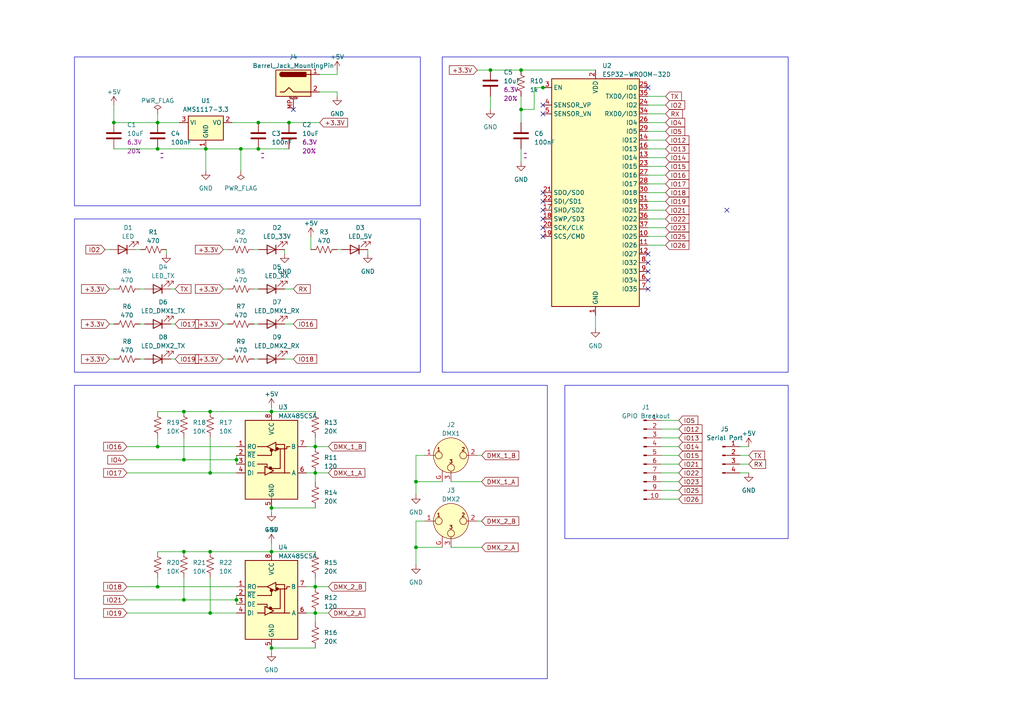
<source format=kicad_sch>
(kicad_sch (version 20230121) (generator eeschema)
  (paper "A4")
  (title_block (title "DMX ArtNet Gateway") (date "2023-09-05") (rev "v01") (company "Interpreter Software B.V."))
  (lib_symbols
    (symbol "Connector:Barrel_Jack_MountingPin" (pin_names hide)
      (property "Reference" "J" (at 0 5.334 0))
      (property "Value" "Barrel_Jack_MountingPin" (at 1.27 -6.35 0))
      (symbol "Barrel_Jack_MountingPin_0_1"
        (rectangle (start -5.08 3.81) (end 5.08 -3.81) (stroke (width 0.254)) (fill (type background)))
        (arc (start -3.302 3.175) (mid -3.9343 2.54) (end -3.302 1.905) (stroke (width 0.254)))
        (arc (start -3.302 3.175) (mid -3.9343 2.54) (end -3.302 1.905) (stroke (width 0.254)) (fill (type outline)))
        (polyline (pts (xy 5.08 2.54) (xy 3.81 2.54)) (stroke (width 0.254)))
        (polyline (pts (xy -3.81 -2.54) (xy -2.54 -2.54) (xy -1.27 -1.27) (xy 0 -2.54) (xy 2.54 -2.54) (xy 5.08 -2.54)) (stroke (width 0.254)))
        (rectangle (start 3.683 3.175) (end -3.302 1.905) (stroke (width 0.254)) (fill (type outline)))
      )
      (symbol "Barrel_Jack_MountingPin_1_1"
        (polyline (pts (xy -1.016 -4.572) (xy 1.016 -4.572)) (stroke (width 0.1524)))
        (text "Mounting" (at 0 -4.191 0) (effects (font (size 0.381 0.381))))
        (pin passive line (at 7.62 2.54 180) (length 2.54) (name "~") (number "1"))
        (pin passive line (at 7.62 -2.54 180) (length 2.54) (name "~") (number "2"))
        (pin passive line (at 0 -7.62 90) (length 3.048) (name "MountPin") (number "MP"))
      )
    )
    (symbol "Connector:Conn_01x04_Pin" (pin_names (offset 1.016) hide)
      (property "Reference" "J" (at 0 5.08 0))
      (property "Value" "Conn_01x04_Pin" (at 0 -7.62 0))
      (symbol "Conn_01x04_Pin_1_1"
        (polyline (pts (xy 1.27 -5.08) (xy 0.8636 -5.08)) (stroke (width 0.1524)))
        (polyline (pts (xy 1.27 -2.54) (xy 0.8636 -2.54)) (stroke (width 0.1524)))
        (polyline (pts (xy 1.27 0) (xy 0.8636 0)) (stroke (width 0.1524)))
        (polyline (pts (xy 1.27 2.54) (xy 0.8636 2.54)) (stroke (width 0.1524)))
        (rectangle (start 0.8636 -4.953) (end 0 -5.207) (stroke (width 0.1524)) (fill (type outline)))
        (rectangle (start 0.8636 -2.413) (end 0 -2.667) (stroke (width 0.1524)) (fill (type outline)))
        (rectangle (start 0.8636 0.127) (end 0 -0.127) (stroke (width 0.1524)) (fill (type outline)))
        (rectangle (start 0.8636 2.667) (end 0 2.413) (stroke (width 0.1524)) (fill (type outline)))
        (pin passive line (at 5.08 2.54 180) (length 3.81) (name "Pin_1") (number "1"))
        (pin passive line (at 5.08 0 180) (length 3.81) (name "Pin_2") (number "2"))
        (pin passive line (at 5.08 -2.54 180) (length 3.81) (name "Pin_3") (number "3"))
        (pin passive line (at 5.08 -5.08 180) (length 3.81) (name "Pin_4") (number "4"))
      )
    )
    (symbol "Connector:Conn_01x10_Pin" (pin_names (offset 1.016) hide)
      (property "Reference" "J" (at 0 12.7 0))
      (property "Value" "Conn_01x10_Pin" (at 0 -15.24 0))
      (symbol "Conn_01x10_Pin_1_1"
        (polyline (pts (xy 1.27 -12.7) (xy 0.8636 -12.7)) (stroke (width 0.1524)))
        (polyline (pts (xy 1.27 -10.16) (xy 0.8636 -10.16)) (stroke (width 0.1524)))
        (polyline (pts (xy 1.27 -7.62) (xy 0.8636 -7.62)) (stroke (width 0.1524)))
        (polyline (pts (xy 1.27 -5.08) (xy 0.8636 -5.08)) (stroke (width 0.1524)))
        (polyline (pts (xy 1.27 -2.54) (xy 0.8636 -2.54)) (stroke (width 0.1524)))
        (polyline (pts (xy 1.27 0) (xy 0.8636 0)) (stroke (width 0.1524)))
        (polyline (pts (xy 1.27 2.54) (xy 0.8636 2.54)) (stroke (width 0.1524)))
        (polyline (pts (xy 1.27 5.08) (xy 0.8636 5.08)) (stroke (width 0.1524)))
        (polyline (pts (xy 1.27 7.62) (xy 0.8636 7.62)) (stroke (width 0.1524)))
        (polyline (pts (xy 1.27 10.16) (xy 0.8636 10.16)) (stroke (width 0.1524)))
        (rectangle (start 0.8636 -12.573) (end 0 -12.827) (stroke (width 0.1524)) (fill (type outline)))
        (rectangle (start 0.8636 -10.033) (end 0 -10.287) (stroke (width 0.1524)) (fill (type outline)))
        (rectangle (start 0.8636 -7.493) (end 0 -7.747) (stroke (width 0.1524)) (fill (type outline)))
        (rectangle (start 0.8636 -4.953) (end 0 -5.207) (stroke (width 0.1524)) (fill (type outline)))
        (rectangle (start 0.8636 -2.413) (end 0 -2.667) (stroke (width 0.1524)) (fill (type outline)))
        (rectangle (start 0.8636 0.127) (end 0 -0.127) (stroke (width 0.1524)) (fill (type outline)))
        (rectangle (start 0.8636 2.667) (end 0 2.413) (stroke (width 0.1524)) (fill (type outline)))
        (rectangle (start 0.8636 5.207) (end 0 4.953) (stroke (width 0.1524)) (fill (type outline)))
        (rectangle (start 0.8636 7.747) (end 0 7.493) (stroke (width 0.1524)) (fill (type outline)))
        (rectangle (start 0.8636 10.287) (end 0 10.033) (stroke (width 0.1524)) (fill (type outline)))
        (pin passive line (at 5.08 10.16 180) (length 3.81) (name "Pin_1") (number "1"))
        (pin passive line (at 5.08 -12.7 180) (length 3.81) (name "Pin_10") (number "10"))
        (pin passive line (at 5.08 7.62 180) (length 3.81) (name "Pin_2") (number "2"))
        (pin passive line (at 5.08 5.08 180) (length 3.81) (name "Pin_3") (number "3"))
        (pin passive line (at 5.08 2.54 180) (length 3.81) (name "Pin_4") (number "4"))
        (pin passive line (at 5.08 0 180) (length 3.81) (name "Pin_5") (number "5"))
        (pin passive line (at 5.08 -2.54 180) (length 3.81) (name "Pin_6") (number "6"))
        (pin passive line (at 5.08 -5.08 180) (length 3.81) (name "Pin_7") (number "7"))
        (pin passive line (at 5.08 -7.62 180) (length 3.81) (name "Pin_8") (number "8"))
        (pin passive line (at 5.08 -10.16 180) (length 3.81) (name "Pin_9") (number "9"))
      )
    )
    (symbol "Connector_Audio:XLR3_Ground" (pin_names hide)
      (property "Reference" "J" (at 0 8.89 0))
      (property "Value" "XLR3_Ground" (at 0 6.35 0))
      (symbol "XLR3_Ground_0_1"
        (circle (center -3.556 0) (radius 1.016))
        (circle (center 0 -3.556) (radius 1.016))
        (polyline (pts (xy -5.08 0) (xy -4.572 0)))
        (polyline (pts (xy -2.54 -5.08) (xy -2.54 -4.445)))
        (polyline (pts (xy 0 -5.08) (xy 0 -4.572)))
        (polyline (pts (xy 5.08 0) (xy 4.572 0)))
        (circle (center 0 0) (radius 5.08) (fill (type background)))
        (circle (center 3.556 0) (radius 1.016))
        (text "1" (at -3.556 1.778 0) (effects (font (size 1.016 1.016) bold)))
        (text "2" (at 3.556 1.778 0) (effects (font (size 1.016 1.016) bold)))
        (text "3" (at 0 -1.778 0) (effects (font (size 1.016 1.016) bold)))
        (pin passive line (at -7.62 0 0) (length 2.54) (name "~") (number "1"))
        (pin passive line (at 7.62 0 180) (length 2.54) (name "~") (number "2"))
        (pin passive line (at 0 -7.62 90) (length 2.54) (name "~") (number "3"))
      )
      (symbol "XLR3_Ground_1_1"
        (pin passive line (at -2.54 -7.62 90) (length 2.54) (name "~") (number "G"))
      )
    )
    (symbol "Device:LED" (pin_numbers hide) (pin_names (offset 1.016) hide)
      (property "Reference" "D" (at 0 2.54 0))
      (property "Value" "LED" (at 0 -2.54 0))
      (symbol "LED_0_1"
        (polyline (pts (xy -1.27 -1.27) (xy -1.27 1.27)) (stroke (width 0.254)))
        (polyline (pts (xy -1.27 0) (xy 1.27 0)))
        (polyline (pts (xy 1.27 -1.27) (xy 1.27 1.27) (xy -1.27 0) (xy 1.27 -1.27)) (stroke (width 0.254)))
        (polyline (pts (xy -3.048 -0.762) (xy -4.572 -2.286) (xy -3.81 -2.286) (xy -4.572 -2.286) (xy -4.572 -1.524)))
        (polyline (pts (xy -1.778 -0.762) (xy -3.302 -2.286) (xy -2.54 -2.286) (xy -3.302 -2.286) (xy -3.302 -1.524)))
      )
      (symbol "LED_1_1"
        (pin passive line (at -3.81 0 0) (length 2.54) (name "K") (number "1"))
        (pin passive line (at 3.81 0 180) (length 2.54) (name "A") (number "2"))
      )
    )
    (symbol "Interface_UART:MAX485E"
      (property "Reference" "U" (at -6.096 11.43 0))
      (property "Value" "MAX485E" (at 0.762 11.43 0))
      (symbol "MAX485E_0_1"
        (rectangle (start -7.62 10.16) (end 7.62 -12.7) (stroke (width 0.254)) (fill (type background)))
        (circle (center -0.3048 -3.683) (radius 0.3556) (stroke (width 0.254)) (fill (type outline)))
        (circle (center -0.0254 1.4986) (radius 0.3556) (stroke (width 0.254)) (fill (type outline)))
        (polyline (pts (xy -4.064 -5.08) (xy -1.905 -5.08)) (stroke (width 0.254)))
        (polyline (pts (xy -4.064 2.54) (xy -1.27 2.54)) (stroke (width 0.254)))
        (polyline (pts (xy -1.27 -3.2004) (xy -1.27 -3.4544)) (stroke (width 0.254)))
        (polyline (pts (xy -0.635 -5.08) (xy 5.334 -5.08)) (stroke (width 0.254)))
        (polyline (pts (xy -4.064 -2.54) (xy -1.27 -2.54) (xy -1.27 -3.175)) (stroke (width 0.254)))
        (polyline (pts (xy 0 1.27) (xy 0 0) (xy -4.064 0)) (stroke (width 0.254)))
        (polyline (pts (xy 1.27 3.175) (xy 3.81 3.175) (xy 3.81 -5.08)) (stroke (width 0.254)))
        (polyline (pts (xy 2.54 1.905) (xy 2.54 -3.81) (xy 0 -3.81)) (stroke (width 0.254)))
        (polyline (pts (xy -1.905 -3.175) (xy -1.905 -5.715) (xy 0.635 -4.445) (xy -1.905 -3.175)) (stroke (width 0.254)))
        (polyline (pts (xy -1.27 2.54) (xy 1.27 3.81) (xy 1.27 1.27) (xy -1.27 2.54)) (stroke (width 0.254)))
        (polyline (pts (xy 1.905 1.905) (xy 4.445 1.905) (xy 4.445 2.54) (xy 5.334 2.54)) (stroke (width 0.254)))
        (rectangle (start 1.27 3.175) (end 1.27 3.175))
        (circle (center 1.651 1.905) (radius 0.3556) (stroke (width 0.254)) (fill (type outline)))
      )
      (symbol "MAX485E_1_1"
        (pin output line (at -10.16 2.54 0) (length 2.54) (name "RO") (number "1"))
        (pin input line (at -10.16 0 0) (length 2.54) (name "~{RE}") (number "2"))
        (pin input line (at -10.16 -2.54 0) (length 2.54) (name "DE") (number "3"))
        (pin input line (at -10.16 -5.08 0) (length 2.54) (name "DI") (number "4"))
        (pin power_in line (at 0 -15.24 90) (length 2.54) (name "GND") (number "5"))
        (pin bidirectional line (at 10.16 -5.08 180) (length 2.54) (name "A") (number "6"))
        (pin bidirectional line (at 10.16 2.54 180) (length 2.54) (name "B") (number "7"))
        (pin power_in line (at 0 12.7 270) (length 2.54) (name "VCC") (number "8"))
      )
    )
    (symbol "RF_Module:ESP32-WROOM-32D"
      (property "Reference" "U" (at -12.7 34.29 0))
      (property "Value" "ESP32-WROOM-32D" (at 1.27 34.29 0))
      (symbol "ESP32-WROOM-32D_0_1"
        (rectangle (start -12.7 33.02) (end 12.7 -33.02) (stroke (width 0.254)) (fill (type background)))
      )
      (symbol "ESP32-WROOM-32D_1_1"
        (pin power_in line (at 0 -35.56 90) (length 2.54) (name "GND") (number "1"))
        (pin bidirectional line (at 15.24 -12.7 180) (length 2.54) (name "IO25") (number "10"))
        (pin bidirectional line (at 15.24 -15.24 180) (length 2.54) (name "IO26") (number "11"))
        (pin bidirectional line (at 15.24 -17.78 180) (length 2.54) (name "IO27") (number "12"))
        (pin bidirectional line (at 15.24 10.16 180) (length 2.54) (name "IO14") (number "13"))
        (pin bidirectional line (at 15.24 15.24 180) (length 2.54) (name "IO12") (number "14"))
        (pin passive line (at 0 -35.56 90) (length 2.54) hide (name "GND") (number "15"))
        (pin bidirectional line (at 15.24 12.7 180) (length 2.54) (name "IO13") (number "16"))
        (pin bidirectional line (at -15.24 -5.08 0) (length 2.54) (name "SHD/SD2") (number "17"))
        (pin bidirectional line (at -15.24 -7.62 0) (length 2.54) (name "SWP/SD3") (number "18"))
        (pin bidirectional line (at -15.24 -12.7 0) (length 2.54) (name "SCS/CMD") (number "19"))
        (pin power_in line (at 0 35.56 270) (length 2.54) (name "VDD") (number "2"))
        (pin bidirectional line (at -15.24 -10.16 0) (length 2.54) (name "SCK/CLK") (number "20"))
        (pin bidirectional line (at -15.24 0 0) (length 2.54) (name "SDO/SD0") (number "21"))
        (pin bidirectional line (at -15.24 -2.54 0) (length 2.54) (name "SDI/SD1") (number "22"))
        (pin bidirectional line (at 15.24 7.62 180) (length 2.54) (name "IO15") (number "23"))
        (pin bidirectional line (at 15.24 25.4 180) (length 2.54) (name "IO2") (number "24"))
        (pin bidirectional line (at 15.24 30.48 180) (length 2.54) (name "IO0") (number "25"))
        (pin bidirectional line (at 15.24 20.32 180) (length 2.54) (name "IO4") (number "26"))
        (pin bidirectional line (at 15.24 5.08 180) (length 2.54) (name "IO16") (number "27"))
        (pin bidirectional line (at 15.24 2.54 180) (length 2.54) (name "IO17") (number "28"))
        (pin bidirectional line (at 15.24 17.78 180) (length 2.54) (name "IO5") (number "29"))
        (pin input line (at -15.24 30.48 0) (length 2.54) (name "EN") (number "3"))
        (pin bidirectional line (at 15.24 0 180) (length 2.54) (name "IO18") (number "30"))
        (pin bidirectional line (at 15.24 -2.54 180) (length 2.54) (name "IO19") (number "31"))
        (pin no_connect line (at -12.7 -27.94 0) (length 2.54) hide (name "NC") (number "32"))
        (pin bidirectional line (at 15.24 -5.08 180) (length 2.54) (name "IO21") (number "33"))
        (pin bidirectional line (at 15.24 22.86 180) (length 2.54) (name "RXD0/IO3") (number "34"))
        (pin bidirectional line (at 15.24 27.94 180) (length 2.54) (name "TXD0/IO1") (number "35"))
        (pin bidirectional line (at 15.24 -7.62 180) (length 2.54) (name "IO22") (number "36"))
        (pin bidirectional line (at 15.24 -10.16 180) (length 2.54) (name "IO23") (number "37"))
        (pin passive line (at 0 -35.56 90) (length 2.54) hide (name "GND") (number "38"))
        (pin passive line (at 0 -35.56 90) (length 2.54) hide (name "GND") (number "39"))
        (pin input line (at -15.24 25.4 0) (length 2.54) (name "SENSOR_VP") (number "4"))
        (pin input line (at -15.24 22.86 0) (length 2.54) (name "SENSOR_VN") (number "5"))
        (pin input line (at 15.24 -25.4 180) (length 2.54) (name "IO34") (number "6"))
        (pin input line (at 15.24 -27.94 180) (length 2.54) (name "IO35") (number "7"))
        (pin bidirectional line (at 15.24 -20.32 180) (length 2.54) (name "IO32") (number "8"))
        (pin bidirectional line (at 15.24 -22.86 180) (length 2.54) (name "IO33") (number "9"))
      )
    )
    (symbol "Regulator_Linear:AMS1117-3.3"
      (property "Reference" "U" (at -3.81 3.175 0))
      (property "Value" "AMS1117-3.3" (at 0 3.175 0))
      (symbol "AMS1117-3.3_0_1"
        (rectangle (start -5.08 -5.08) (end 5.08 1.905) (stroke (width 0.254)) (fill (type background)))
      )
      (symbol "AMS1117-3.3_1_1"
        (pin power_in line (at 0 -7.62 90) (length 2.54) (name "GND") (number "1"))
        (pin power_out line (at 7.62 0 180) (length 2.54) (name "VO") (number "2"))
        (pin power_in line (at -7.62 0 0) (length 2.54) (name "VI") (number "3"))
      )
    )
    (symbol "SparkFun-Capacitor:10uF_0603_6.3V_20%" (pin_numbers hide) (pin_names (offset 0.254))
      (property "Reference" "C" (at 0.635 2.54 0))
      (property "Value" "10uF" (at 0.635 -2.54 0))
      (property "Voltage" "6.3V" (at 0 -8.89 0))
      (property "Tolerance" "20%" (at 0 -6.35 0))
      (symbol "10uF_0603_6.3V_20%_0_1"
        (polyline (pts (xy -2.032 -0.762) (xy 2.032 -0.762)) (stroke (width 0.508)))
        (polyline (pts (xy -2.032 0.762) (xy 2.032 0.762)) (stroke (width 0.508)))
      )
      (symbol "10uF_0603_6.3V_20%_1_1"
        (pin passive line (at 0 3.81 270) (length 2.794) (name "~") (number "1"))
        (pin passive line (at 0 -3.81 90) (length 2.794) (name "~") (number "2"))
      )
    )
    (symbol "SparkFun-Capacitor:C" (pin_numbers hide) (pin_names (offset 0.254))
      (property "Reference" "C" (at 0.635 2.54 0))
      (property "Value" "C" (at 0.635 -2.54 0))
      (property "Tolerance" "~" (at 1.27 -5.08 0))
      (property "Voltage" "~" (at 1.27 -6.35 0))
      (symbol "C_0_1"
        (polyline (pts (xy -2.032 -0.762) (xy 2.032 -0.762)) (stroke (width 0.508)))
        (polyline (pts (xy -2.032 0.762) (xy 2.032 0.762)) (stroke (width 0.508)))
      )
      (symbol "C_1_1"
        (pin passive line (at 0 3.81 270) (length 2.794) (name "~") (number "1"))
        (pin passive line (at 0 -3.81 90) (length 2.794) (name "~") (number "2"))
      )
    )
    (symbol "SparkFun-PowerSymbol:GND" (power) (pin_names (offset 0))
      (property "Value" "GND" (at 0 -3.81 0))
      (symbol "GND_0_1"
        (polyline (pts (xy 0 0) (xy 0 -1.27) (xy 1.27 -1.27) (xy 0 -2.54) (xy -1.27 -1.27) (xy 0 -1.27)))
      )
      (symbol "GND_1_1"
        (pin power_in line (at 0 0 270) (length 0) hide (name "GND") (number "1"))
      )
    )
    (symbol "SparkFun-Resistor:R" (pin_numbers hide) (pin_names (offset 0))
      (property "Reference" "R" (at 2.54 0 90))
      (property "Value" "1k" (at -2.54 0 90))
      (symbol "R_0_1"
        (polyline (pts (xy 0 -2.286) (xy 0 -2.54)))
        (polyline (pts (xy 0 2.286) (xy 0 2.54)))
        (polyline (pts (xy 0 -0.762) (xy 1.016 -1.143) (xy 0 -1.524) (xy -1.016 -1.905) (xy 0 -2.286)))
        (polyline (pts (xy 0 0.762) (xy 1.016 0.381) (xy 0 0) (xy -1.016 -0.381) (xy 0 -0.762)))
        (polyline (pts (xy 0 2.286) (xy 1.016 1.905) (xy 0 1.524) (xy -1.016 1.143) (xy 0 0.762)))
      )
      (symbol "R_1_1"
        (pin passive line (at 0 3.81 270) (length 1.27) (name "~") (number "1"))
        (pin passive line (at 0 -3.81 90) (length 1.27) (name "~") (number "2"))
      )
    )
    (symbol "power:+5V" (power) (pin_names (offset 0))
      (property "Value" "+5V" (at 0 3.556 0))
      (symbol "+5V_0_1"
        (polyline (pts (xy -0.762 1.27) (xy 0 2.54)))
        (polyline (pts (xy 0 0) (xy 0 2.54)))
        (polyline (pts (xy 0 2.54) (xy 0.762 1.27)))
      )
      (symbol "+5V_1_1"
        (pin power_in line (at 0 0 90) (length 0) hide (name "+5V") (number "1"))
      )
    )
    (symbol "power:GND" (power) (pin_names (offset 0))
      (property "Value" "GND" (at 0 -3.81 0))
      (symbol "GND_0_1"
        (polyline (pts (xy 0 0) (xy 0 -1.27) (xy 1.27 -1.27) (xy 0 -2.54) (xy -1.27 -1.27) (xy 0 -1.27)))
      )
      (symbol "GND_1_1"
        (pin power_in line (at 0 0 270) (length 0) hide (name "GND") (number "1"))
      )
    )
    (symbol "power:PWR_FLAG" (power) (pin_numbers hide) (pin_names (offset 0) hide)
      (property "Value" "PWR_FLAG" (at 0 3.81 0))
      (symbol "PWR_FLAG_0_0"
        (pin power_out line (at 0 0 90) (length 0) (name "pwr") (number "1"))
      )
      (symbol "PWR_FLAG_0_1"
        (polyline (pts (xy 0 0) (xy 0 1.27) (xy -1.016 1.905) (xy 0 2.54) (xy 1.016 1.905) (xy 0 1.27)))
      )
    )
  )
  (junction (at 120.65 158.75))
  (junction (at 45.72 35.56))
  (junction (at 142.24 20.32))
  (junction (at 33.02 35.56))
  (junction (at 60.96 137.16))
  (junction (at 78.74 147.32))
  (junction (at 91.44 170.18))
  (junction (at 151.13 31.75))
  (junction (at 53.34 173.99))
  (junction (at 91.44 137.16))
  (junction (at 78.74 119.38))
  (junction (at 91.44 129.54))
  (junction (at 157.48 25.4))
  (junction (at 53.34 133.35))
  (junction (at 45.72 170.18))
  (junction (at 69.85 43.18))
  (junction (at 74.93 35.56))
  (junction (at 120.65 139.7))
  (junction (at 78.74 187.96))
  (junction (at 60.96 160.02))
  (junction (at 151.13 20.32))
  (junction (at 68.58 133.35))
  (junction (at 53.34 119.38))
  (junction (at 68.58 173.99))
  (junction (at 59.69 43.18))
  (junction (at 60.96 177.8))
  (junction (at 45.72 129.54))
  (junction (at 60.96 119.38))
  (junction (at 74.93 43.18))
  (junction (at 83.82 35.56))
  (junction (at 45.72 43.18))
  (junction (at 78.74 160.02))
  (junction (at 91.44 177.8))
  (junction (at 53.34 160.02))
  (no_connect (at 157.48 55.88))
  (no_connect (at 210.82 60.96))
  (no_connect (at 187.96 73.66))
  (no_connect (at 157.48 66.04))
  (no_connect (at 157.48 30.48))
  (no_connect (at 187.96 83.82))
  (no_connect (at 187.96 78.74))
  (no_connect (at -95.25 -53.34))
  (no_connect (at 157.48 58.42))
  (no_connect (at 157.48 63.5))
  (no_connect (at 187.96 76.2))
  (no_connect (at 187.96 25.4))
  (no_connect (at 157.48 33.02))
  (no_connect (at 157.48 60.96))
  (no_connect (at 187.96 81.28))
  (no_connect (at 157.48 68.58))
  (no_connect (at 85.09 31.75))
  (wire (pts (xy 191.77 129.54) (xy 196.85 129.54)))
  (wire (pts (xy 187.96 71.12) (xy 193.04 71.12)))
  (wire (pts (xy 120.65 158.75) (xy 128.27 158.75)))
  (wire (pts (xy 88.9 137.16) (xy 91.44 137.16)))
  (wire (pts (xy 39.37 72.39) (xy 40.64 72.39)))
  (wire (pts (xy 191.77 142.24) (xy 196.85 142.24)))
  (wire (pts (xy 73.66 93.98) (xy 74.93 93.98)))
  (wire (pts (xy 45.72 170.18) (xy 68.58 170.18)))
  (wire (pts (xy 172.72 91.44) (xy 172.72 95.25)))
  (wire (pts (xy 187.96 43.18) (xy 193.04 43.18)))
  (wire (pts (xy 120.65 139.7) (xy 128.27 139.7)))
  (wire (pts (xy 83.82 35.56) (xy 92.71 35.56)))
  (wire (pts (xy 45.72 129.54) (xy 45.72 127)))
  (wire (pts (xy 88.9 170.18) (xy 91.44 170.18)))
  (wire (pts (xy 90.17 68.58) (xy 90.17 72.39)))
  (wire (pts (xy 97.79 72.39) (xy 99.06 72.39)))
  (wire (pts (xy 187.96 35.56) (xy 193.04 35.56)))
  (wire (pts (xy 191.77 139.7) (xy 196.85 139.7)))
  (wire (pts (xy 30.48 72.39) (xy 31.75 72.39)))
  (wire (pts (xy 78.74 143.51) (xy 78.74 147.32)))
  (wire (pts (xy 74.93 35.56) (xy 83.82 35.56)))
  (wire (pts (xy 40.64 104.14) (xy 41.91 104.14)))
  (wire (pts (xy 73.66 104.14) (xy 74.93 104.14)))
  (wire (pts (xy 191.77 132.08) (xy 196.85 132.08)))
  (wire (pts (xy 36.83 173.99) (xy 53.34 173.99)))
  (wire (pts (xy 60.96 137.16) (xy 68.58 137.16)))
  (wire (pts (xy 138.43 151.13) (xy 139.7 151.13)))
  (wire (pts (xy 191.77 137.16) (xy 196.85 137.16)))
  (wire (pts (xy 82.55 104.14) (xy 85.09 104.14)))
  (wire (pts (xy 138.43 132.08) (xy 139.7 132.08)))
  (wire (pts (xy 45.72 33.02) (xy 45.72 35.56)))
  (wire (pts (xy 53.34 160.02) (xy 60.96 160.02)))
  (wire (pts (xy 69.85 43.18) (xy 74.93 43.18)))
  (wire (pts (xy 91.44 170.18) (xy 95.25 170.18)))
  (wire (pts (xy 187.96 40.64) (xy 193.04 40.64)))
  (wire (pts (xy 91.44 177.8) (xy 91.44 180.34)))
  (wire (pts (xy 64.77 83.82) (xy 66.04 83.82)))
  (wire (pts (xy 187.96 68.58) (xy 193.04 68.58)))
  (wire (pts (xy 36.83 177.8) (xy 60.96 177.8)))
  (wire (pts (xy 33.02 35.56) (xy 45.72 35.56)))
  (wire (pts (xy 120.65 132.08) (xy 120.65 139.7)))
  (wire (pts (xy 60.96 137.16) (xy 60.96 127)))
  (wire (pts (xy 36.83 129.54) (xy 45.72 129.54)))
  (wire (pts (xy 130.81 158.75) (xy 139.7 158.75)))
  (wire (pts (xy 91.44 167.64) (xy 91.44 170.18)))
  (wire (pts (xy 45.72 119.38) (xy 53.34 119.38)))
  (wire (pts (xy 73.66 72.39) (xy 74.93 72.39)))
  (wire (pts (xy 106.68 72.39) (xy 106.68 73.66)))
  (wire (pts (xy 123.19 151.13) (xy 120.65 151.13)))
  (wire (pts (xy 187.96 38.1) (xy 193.04 38.1)))
  (wire (pts (xy 187.96 27.94) (xy 193.04 27.94)))
  (wire (pts (xy 53.34 167.64) (xy 53.34 173.99)))
  (wire (pts (xy 53.34 127) (xy 53.34 133.35)))
  (wire (pts (xy 59.69 43.18) (xy 69.85 43.18)))
  (wire (pts (xy 53.34 133.35) (xy 68.58 133.35)))
  (wire (pts (xy 120.65 158.75) (xy 120.65 163.83)))
  (wire (pts (xy 97.79 21.59) (xy 97.79 20.32)))
  (wire (pts (xy 78.74 160.02) (xy 91.44 160.02)))
  (wire (pts (xy 120.65 151.13) (xy 120.65 158.75)))
  (wire (pts (xy 53.34 173.99) (xy 68.58 173.99)))
  (wire (pts (xy 154.94 25.4) (xy 154.94 31.75)))
  (wire (pts (xy 191.77 127) (xy 196.85 127)))
  (wire (pts (xy 91.44 127) (xy 91.44 129.54)))
  (wire (pts (xy 151.13 27.94) (xy 151.13 31.75)))
  (wire (pts (xy 60.96 160.02) (xy 78.74 160.02)))
  (wire (pts (xy 214.63 132.08) (xy 217.17 132.08)))
  (wire (pts (xy 49.53 93.98) (xy 50.8 93.98)))
  (wire (pts (xy 45.72 160.02) (xy 53.34 160.02)))
  (wire (pts (xy 36.83 133.35) (xy 53.34 133.35)))
  (wire (pts (xy 151.13 20.32) (xy 172.72 20.32)))
  (wire (pts (xy 187.96 48.26) (xy 193.04 48.26)))
  (wire (pts (xy 64.77 93.98) (xy 66.04 93.98)))
  (wire (pts (xy 68.58 133.35) (xy 68.58 134.62)))
  (wire (pts (xy 187.96 55.88) (xy 193.04 55.88)))
  (wire (pts (xy 154.94 31.75) (xy 151.13 31.75)))
  (wire (pts (xy 187.96 30.48) (xy 193.04 30.48)))
  (wire (pts (xy 187.96 60.96) (xy 193.04 60.96)))
  (wire (pts (xy 187.96 63.5) (xy 193.04 63.5)))
  (wire (pts (xy 68.58 132.08) (xy 68.58 133.35)))
  (wire (pts (xy 78.74 187.96) (xy 78.74 189.23)))
  (wire (pts (xy 88.9 129.54) (xy 91.44 129.54)))
  (wire (pts (xy 191.77 121.92) (xy 196.85 121.92)))
  (wire (pts (xy 123.19 132.08) (xy 120.65 132.08)))
  (wire (pts (xy 60.96 177.8) (xy 68.58 177.8)))
  (wire (pts (xy 60.96 177.8) (xy 60.96 167.64)))
  (wire (pts (xy 187.96 53.34) (xy 193.04 53.34)))
  (wire (pts (xy 48.26 72.39) (xy 48.26 73.66)))
  (wire (pts (xy 120.65 139.7) (xy 120.65 143.51)))
  (wire (pts (xy 60.96 119.38) (xy 78.74 119.38)))
  (wire (pts (xy 82.55 72.39) (xy 82.55 73.66)))
  (wire (pts (xy 31.75 104.14) (xy 33.02 104.14)))
  (wire (pts (xy 138.43 20.32) (xy 142.24 20.32)))
  (wire (pts (xy 97.79 26.67) (xy 97.79 27.94)))
  (wire (pts (xy 91.44 129.54) (xy 95.25 129.54)))
  (wire (pts (xy 31.75 93.98) (xy 33.02 93.98)))
  (wire (pts (xy 157.48 25.4) (xy 154.94 25.4)))
  (wire (pts (xy 187.96 45.72) (xy 193.04 45.72)))
  (wire (pts (xy 151.13 43.18) (xy 151.13 46.99)))
  (wire (pts (xy 59.69 43.18) (xy 59.69 49.53)))
  (wire (pts (xy 73.66 83.82) (xy 74.93 83.82)))
  (wire (pts (xy 45.72 43.18) (xy 59.69 43.18)))
  (wire (pts (xy 40.64 83.82) (xy 41.91 83.82)))
  (wire (pts (xy 53.34 119.38) (xy 60.96 119.38)))
  (wire (pts (xy 68.58 172.72) (xy 68.58 173.99)))
  (wire (pts (xy 142.24 27.94) (xy 142.24 31.75)))
  (wire (pts (xy 191.77 124.46) (xy 196.85 124.46)))
  (wire (pts (xy 36.83 170.18) (xy 45.72 170.18)))
  (wire (pts (xy 69.85 43.18) (xy 69.85 49.53)))
  (wire (pts (xy 78.74 118.11) (xy 78.74 119.38)))
  (wire (pts (xy 33.02 43.18) (xy 45.72 43.18)))
  (wire (pts (xy 64.77 104.14) (xy 66.04 104.14)))
  (wire (pts (xy 130.81 139.7) (xy 139.7 139.7)))
  (wire (pts (xy 49.53 104.14) (xy 50.8 104.14)))
  (wire (pts (xy 74.93 43.18) (xy 83.82 43.18)))
  (wire (pts (xy 64.77 72.39) (xy 66.04 72.39)))
  (wire (pts (xy 36.83 137.16) (xy 60.96 137.16)))
  (wire (pts (xy 142.24 20.32) (xy 151.13 20.32)))
  (wire (pts (xy 151.13 31.75) (xy 151.13 35.56)))
  (wire (pts (xy 187.96 33.02) (xy 193.04 33.02)))
  (wire (pts (xy 67.31 35.56) (xy 74.93 35.56)))
  (wire (pts (xy 82.55 93.98) (xy 85.09 93.98)))
  (wire (pts (xy 214.63 134.62) (xy 217.17 134.62)))
  (wire (pts (xy 92.71 26.67) (xy 97.79 26.67)))
  (wire (pts (xy 78.74 148.59) (xy 78.74 147.32)))
  (wire (pts (xy 214.63 129.54) (xy 217.17 129.54)))
  (wire (pts (xy 92.71 21.59) (xy 97.79 21.59)))
  (wire (pts (xy 78.74 187.96) (xy 91.44 187.96)))
  (wire (pts (xy 78.74 119.38) (xy 91.44 119.38)))
  (wire (pts (xy 78.74 147.32) (xy 91.44 147.32)))
  (wire (pts (xy 78.74 157.48) (xy 78.74 160.02)))
  (wire (pts (xy 91.44 137.16) (xy 91.44 139.7)))
  (wire (pts (xy 45.72 35.56) (xy 52.07 35.56)))
  (wire (pts (xy 33.02 30.48) (xy 33.02 35.56)))
  (wire (pts (xy 91.44 137.16) (xy 95.25 137.16)))
  (wire (pts (xy 82.55 83.82) (xy 85.09 83.82)))
  (wire (pts (xy 88.9 177.8) (xy 91.44 177.8)))
  (wire (pts (xy 31.75 83.82) (xy 33.02 83.82)))
  (wire (pts (xy 45.72 170.18) (xy 45.72 167.64)))
  (wire (pts (xy 49.53 83.82) (xy 50.8 83.82)))
  (wire (pts (xy 214.63 137.16) (xy 217.17 137.16)))
  (wire (pts (xy 158.75 25.4) (xy 157.48 25.4)))
  (wire (pts (xy 187.96 66.04) (xy 193.04 66.04)))
  (wire (pts (xy 187.96 50.8) (xy 193.04 50.8)))
  (wire (pts (xy 68.58 173.99) (xy 68.58 175.26)))
  (wire (pts (xy 45.72 129.54) (xy 68.58 129.54)))
  (wire (pts (xy 40.64 93.98) (xy 41.91 93.98)))
  (wire (pts (xy 187.96 58.42) (xy 193.04 58.42)))
  (wire (pts (xy 91.44 177.8) (xy 95.25 177.8)))
  (wire (pts (xy 191.77 134.62) (xy 196.85 134.62)))
  (wire (pts (xy 191.77 144.78) (xy 196.85 144.78)))
  (rectangle (start 21.59 111.76) (end 158.75 196.85))
  (rectangle (start 21.59 16.51) (end 121.92 59.69))
  (rectangle (start 21.59 63.5) (end 121.92 107.95))
  (rectangle (start 163.83 111.76) (end 228.6 156.21))
  (rectangle (start 128.27 16.51) (end 228.6 107.95))
  (global_label "IO16" (shape input) (at 85.09 93.98 0) (property "Intersheetrefs" "${INTERSHEET_REFS}" (effects hide)))
  (global_label "+3.3V" (shape input) (at 64.77 104.14 180) (property "Intersheetrefs" "${INTERSHEET_REFS}" (effects hide)))
  (global_label "IO18" (shape input) (at 36.83 170.18 180) (property "Intersheetrefs" "${INTERSHEET_REFS}" (effects hide)))
  (global_label "IO15" (shape input) (at 193.04 48.26 0) (property "Intersheetrefs" "${INTERSHEET_REFS}" (effects hide)))
  (global_label "IO26" (shape input) (at 193.04 71.12 0) (property "Intersheetrefs" "${INTERSHEET_REFS}" (effects hide)))
  (global_label "IO25" (shape input) (at 196.85 142.24 0) (property "Intersheetrefs" "${INTERSHEET_REFS}" (effects hide)))
  (global_label "IO17" (shape input) (at 50.8 93.98 0) (property "Intersheetrefs" "${INTERSHEET_REFS}" (effects hide)))
  (global_label "TX" (shape input) (at 217.17 132.08 0) (property "Intersheetrefs" "${INTERSHEET_REFS}" (effects hide)))
  (global_label "RX" (shape input) (at 85.09 83.82 0) (property "Intersheetrefs" "${INTERSHEET_REFS}" (effects hide)))
  (global_label "IO17" (shape input) (at 36.83 137.16 180) (property "Intersheetrefs" "${INTERSHEET_REFS}" (effects hide)))
  (global_label "+3.3V" (shape input) (at 31.75 104.14 180) (property "Intersheetrefs" "${INTERSHEET_REFS}" (effects hide)))
  (global_label "DMX_1_B" (shape input) (at 139.7 132.08 0) (property "Intersheetrefs" "${INTERSHEET_REFS}" (effects hide)))
  (global_label "TX" (shape input) (at 50.8 83.82 0) (property "Intersheetrefs" "${INTERSHEET_REFS}" (effects hide)))
  (global_label "IO22" (shape input) (at 193.04 63.5 0) (property "Intersheetrefs" "${INTERSHEET_REFS}" (effects hide)))
  (global_label "IO19" (shape input) (at 193.04 58.42 0) (property "Intersheetrefs" "${INTERSHEET_REFS}" (effects hide)))
  (global_label "TX" (shape input) (at 193.04 27.94 0) (property "Intersheetrefs" "${INTERSHEET_REFS}" (effects hide)))
  (global_label "+3.3V" (shape input) (at 31.75 83.82 180) (property "Intersheetrefs" "${INTERSHEET_REFS}" (effects hide)))
  (global_label "IO14" (shape input) (at 196.85 129.54 0) (property "Intersheetrefs" "${INTERSHEET_REFS}" (effects hide)))
  (global_label "IO5" (shape input) (at 196.85 121.92 0) (property "Intersheetrefs" "${INTERSHEET_REFS}" (effects hide)))
  (global_label "IO4" (shape input) (at 193.04 35.56 0) (property "Intersheetrefs" "${INTERSHEET_REFS}" (effects hide)))
  (global_label "IO15" (shape input) (at 196.85 132.08 0) (property "Intersheetrefs" "${INTERSHEET_REFS}" (effects hide)))
  (global_label "IO5" (shape input) (at 193.04 38.1 0) (property "Intersheetrefs" "${INTERSHEET_REFS}" (effects hide)))
  (global_label "IO16" (shape input) (at 193.04 50.8 0) (property "Intersheetrefs" "${INTERSHEET_REFS}" (effects hide)))
  (global_label "DMX_2_B" (shape input) (at 95.25 170.18 0) (property "Intersheetrefs" "${INTERSHEET_REFS}" (effects hide)))
  (global_label "IO12" (shape input) (at 193.04 40.64 0) (property "Intersheetrefs" "${INTERSHEET_REFS}" (effects hide)))
  (global_label "IO2" (shape input) (at 30.48 72.39 180) (property "Intersheetrefs" "${INTERSHEET_REFS}" (effects hide)))
  (global_label "IO23" (shape input) (at 193.04 66.04 0) (property "Intersheetrefs" "${INTERSHEET_REFS}" (effects hide)))
  (global_label "IO21" (shape input) (at 193.04 60.96 0) (property "Intersheetrefs" "${INTERSHEET_REFS}" (effects hide)))
  (global_label "IO18" (shape input) (at 193.04 55.88 0) (property "Intersheetrefs" "${INTERSHEET_REFS}" (effects hide)))
  (global_label "+3.3V" (shape input) (at 64.77 72.39 180) (property "Intersheetrefs" "${INTERSHEET_REFS}" (effects hide)))
  (global_label "IO13" (shape input) (at 193.04 43.18 0) (property "Intersheetrefs" "${INTERSHEET_REFS}" (effects hide)))
  (global_label "IO25" (shape input) (at 193.04 68.58 0) (property "Intersheetrefs" "${INTERSHEET_REFS}" (effects hide)))
  (global_label "DMX_1_A" (shape input) (at 95.25 137.16 0) (property "Intersheetrefs" "${INTERSHEET_REFS}" (effects hide)))
  (global_label "IO16" (shape input) (at 36.83 129.54 180) (property "Intersheetrefs" "${INTERSHEET_REFS}" (effects hide)))
  (global_label "IO18" (shape input) (at 85.09 104.14 0) (property "Intersheetrefs" "${INTERSHEET_REFS}" (effects hide)))
  (global_label "IO12" (shape input) (at 196.85 124.46 0) (property "Intersheetrefs" "${INTERSHEET_REFS}" (effects hide)))
  (global_label "RX" (shape input) (at 217.17 134.62 0) (property "Intersheetrefs" "${INTERSHEET_REFS}" (effects hide)))
  (global_label "DMX_2_A" (shape input) (at 95.25 177.8 0) (property "Intersheetrefs" "${INTERSHEET_REFS}" (effects hide)))
  (global_label "IO23" (shape input) (at 196.85 139.7 0) (property "Intersheetrefs" "${INTERSHEET_REFS}" (effects hide)))
  (global_label "DMX_1_B" (shape input) (at 95.25 129.54 0) (property "Intersheetrefs" "${INTERSHEET_REFS}" (effects hide)))
  (global_label "IO19" (shape input) (at 36.83 177.8 180) (property "Intersheetrefs" "${INTERSHEET_REFS}" (effects hide)))
  (global_label "IO21" (shape input) (at 196.85 134.62 0) (property "Intersheetrefs" "${INTERSHEET_REFS}" (effects hide)))
  (global_label "DMX_1_A" (shape input) (at 139.7 139.7 0) (property "Intersheetrefs" "${INTERSHEET_REFS}" (effects hide)))
  (global_label "IO22" (shape input) (at 196.85 137.16 0) (property "Intersheetrefs" "${INTERSHEET_REFS}" (effects hide)))
  (global_label "+3.3V" (shape input) (at 64.77 83.82 180) (property "Intersheetrefs" "${INTERSHEET_REFS}" (effects hide)))
  (global_label "IO19" (shape input) (at 50.8 104.14 0) (property "Intersheetrefs" "${INTERSHEET_REFS}" (effects hide)))
  (global_label "+3.3V" (shape input) (at 31.75 93.98 180) (property "Intersheetrefs" "${INTERSHEET_REFS}" (effects hide)))
  (global_label "DMX_2_B" (shape input) (at 139.7 151.13 0) (property "Intersheetrefs" "${INTERSHEET_REFS}" (effects hide)))
  (global_label "IO26" (shape input) (at 196.85 144.78 0) (property "Intersheetrefs" "${INTERSHEET_REFS}" (effects hide)))
  (global_label "IO13" (shape input) (at 196.85 127 0) (property "Intersheetrefs" "${INTERSHEET_REFS}" (effects hide)))
  (global_label "IO14" (shape input) (at 193.04 45.72 0) (property "Intersheetrefs" "${INTERSHEET_REFS}" (effects hide)))
  (global_label "IO17" (shape input) (at 193.04 53.34 0) (property "Intersheetrefs" "${INTERSHEET_REFS}" (effects hide)))
  (global_label "DMX_2_A" (shape input) (at 139.7 158.75 0) (property "Intersheetrefs" "${INTERSHEET_REFS}" (effects hide)))
  (global_label "RX" (shape input) (at 193.04 33.02 0) (property "Intersheetrefs" "${INTERSHEET_REFS}" (effects hide)))
  (global_label "IO2" (shape input) (at 193.04 30.48 0) (property "Intersheetrefs" "${INTERSHEET_REFS}" (effects hide)))
  (global_label "+3.3V" (shape input) (at 92.71 35.56 0) (property "Intersheetrefs" "${INTERSHEET_REFS}" (effects hide)))
  (global_label "+3.3V" (shape input) (at 64.77 93.98 180) (property "Intersheetrefs" "${INTERSHEET_REFS}" (effects hide)))
  (global_label "+3.3V" (shape input) (at 138.43 20.32 180) (property "Intersheetrefs" "${INTERSHEET_REFS}" (effects hide)))
  (global_label "IO21" (shape input) (at 36.83 173.99 180) (property "Intersheetrefs" "${INTERSHEET_REFS}" (effects hide)))
  (global_label "IO4" (shape input) (at 36.83 133.35 180) (property "Intersheetrefs" "${INTERSHEET_REFS}" (effects hide)))
  (symbol (lib_id "power:PWR_FLAG") (at 45.72 33.02 0) (unit 1)
    (property "Reference" "#FLG01" (effects hide))
    (property "Value" "PWR_FLAG" (at 45.72 29.21 0))
  )
  (symbol (lib_id "SparkFun-Resistor:R") (at 44.45 72.39 90) (unit 1)
    (property "Reference" "R1" (at 44.45 67.31 90))
    (property "Value" "470" (at 44.45 69.85 90))
    (property "Footprint" "SparkFun-Resistor:R_0805_2012Metric" (effects hide))
    (property "Datasheet" "https://www.vishay.com/docs/20035/dcrcwe3.pdf" (effects hide))
    (property "PROD_ID" "RES-07856" (effects hide))
  )
  (symbol (lib_id "SparkFun-Capacitor:C") (at 74.93 39.37 0) (unit 1)
    (property "Reference" "C3" (at 78.74 38.735 0) (effects (justify left)))
    (property "Value" "100nF" (at 78.74 41.275 0) (effects (justify left)))
    (property "Footprint" "SparkFun-Capacitor:C_0805_2012Metric" (effects hide))
    (property "Datasheet" "[link text](https://cdn.sparkfun.com/assets/8/a/4/a/5/Kemet_Capacitor_Datasheet.pdf)" (effects hide))
    (property "PROD_ID" "CAP-00000" (effects hide))
    (property "Tolerance" "~" (at 76.2 44.45 0))
    (property "Voltage" "~" (at 76.2 45.72 0))
  )
  (symbol (lib_id "SparkFun-Resistor:R") (at 60.96 163.83 0) (unit 1)
    (property "Reference" "R22" (at 63.5 163.195 0) (effects (justify left)))
    (property "Value" "10K" (at 63.5 165.735 0) (effects (justify left)))
    (property "Footprint" "SparkFun-Resistor:R_0805_2012Metric" (effects hide))
    (property "Datasheet" "https://www.vishay.com/docs/20035/dcrcwe3.pdf" (effects hide))
    (property "PROD_ID" "RES-07856" (effects hide))
  )
  (symbol (lib_id "Device:LED") (at 45.72 93.98 180) (unit 1)
    (property "Reference" "D6" (at 47.3075 87.63 0))
    (property "Value" "LED_DMX1_TX" (at 47.3075 90.17 0))
    (property "Footprint" "LED_SMD:LED_0805_2012Metric" (effects hide))
  )
  (symbol (lib_id "SparkFun-Resistor:R") (at 91.44 184.15 0) (unit 1)
    (property "Reference" "R16" (at 93.98 183.515 0) (effects (justify left)))
    (property "Value" "20K" (at 93.98 186.055 0) (effects (justify left)))
    (property "Footprint" "SparkFun-Resistor:R_0805_2012Metric" (effects hide))
    (property "Datasheet" "https://www.vishay.com/docs/20035/dcrcwe3.pdf" (effects hide))
    (property "PROD_ID" "RES-07856" (effects hide))
  )
  (symbol (lib_id "Device:LED") (at 78.74 93.98 180) (unit 1)
    (property "Reference" "D7" (at 80.3275 87.63 0))
    (property "Value" "LED_DMX1_RX" (at 80.3275 90.17 0))
    (property "Footprint" "LED_SMD:LED_0805_2012Metric" (effects hide))
  )
  (symbol (lib_id "SparkFun-Resistor:R") (at 69.85 72.39 90) (unit 1)
    (property "Reference" "R2" (at 69.85 67.31 90))
    (property "Value" "470" (at 69.85 69.85 90))
    (property "Footprint" "SparkFun-Resistor:R_0805_2012Metric" (effects hide))
    (property "Datasheet" "https://www.vishay.com/docs/20035/dcrcwe3.pdf" (effects hide))
    (property "PROD_ID" "RES-07856" (effects hide))
  )
  (symbol (lib_id "Device:LED") (at 78.74 72.39 180) (unit 1)
    (property "Reference" "D2" (at 80.3275 66.04 0))
    (property "Value" "LED_33V" (at 80.3275 68.58 0))
    (property "Footprint" "LED_SMD:LED_0805_2012Metric" (effects hide))
  )
  (symbol (lib_id "SparkFun-Resistor:R") (at 93.98 72.39 90) (unit 1)
    (property "Reference" "R3" (at 93.98 67.31 90))
    (property "Value" "470" (at 93.98 69.85 90))
    (property "Footprint" "SparkFun-Resistor:R_0805_2012Metric" (effects hide))
    (property "Datasheet" "https://www.vishay.com/docs/20035/dcrcwe3.pdf" (effects hide))
    (property "PROD_ID" "RES-07856" (effects hide))
  )
  (symbol (lib_id "power:+5V") (at 90.17 68.58 0) (unit 1)
    (property "Reference" "#PWR06" (effects hide))
    (property "Value" "+5V" (at 90.17 64.77 0))
  )
  (symbol (lib_id "Device:LED") (at 78.74 104.14 180) (unit 1)
    (property "Reference" "D9" (at 80.3275 97.79 0))
    (property "Value" "LED_DMX2_RX" (at 80.3275 100.33 0))
    (property "Footprint" "LED_SMD:LED_0805_2012Metric" (effects hide))
  )
  (symbol (lib_id "power:+5V") (at 217.17 129.54 0) (unit 1)
    (property "Reference" "#PWR018" (effects hide))
    (property "Value" "+5V" (at 217.17 125.73 0))
  )
  (symbol (lib_id "Device:LED") (at 35.56 72.39 180) (unit 1)
    (property "Reference" "D1" (at 37.1475 66.04 0))
    (property "Value" "LED" (at 37.1475 68.58 0))
    (property "Footprint" "LED_SMD:LED_0805_2012Metric" (effects hide))
  )
  (symbol (lib_id "SparkFun-Resistor:R") (at 69.85 93.98 90) (unit 1)
    (property "Reference" "R7" (at 69.85 88.9 90))
    (property "Value" "470" (at 69.85 91.44 90))
    (property "Footprint" "SparkFun-Resistor:R_0805_2012Metric" (effects hide))
    (property "Datasheet" "https://www.vishay.com/docs/20035/dcrcwe3.pdf" (effects hide))
    (property "PROD_ID" "RES-07856" (effects hide))
  )
  (symbol (lib_id "power:PWR_FLAG") (at 69.85 49.53 180) (unit 1)
    (property "Reference" "#FLG02" (effects hide))
    (property "Value" "PWR_FLAG" (at 69.85 54.61 0))
  )
  (symbol (lib_id "SparkFun-Resistor:R") (at 91.44 163.83 0) (unit 1)
    (property "Reference" "R15" (at 93.98 163.195 0) (effects (justify left)))
    (property "Value" "20K" (at 93.98 165.735 0) (effects (justify left)))
    (property "Footprint" "SparkFun-Resistor:R_0805_2012Metric" (effects hide))
    (property "Datasheet" "https://www.vishay.com/docs/20035/dcrcwe3.pdf" (effects hide))
    (property "PROD_ID" "RES-07856" (effects hide))
  )
  (symbol (lib_id "SparkFun-Resistor:R") (at 53.34 123.19 0) (unit 1)
    (property "Reference" "R18" (at 55.88 122.555 0) (effects (justify left)))
    (property "Value" "10K" (at 55.88 125.095 0) (effects (justify left)))
    (property "Footprint" "SparkFun-Resistor:R_0805_2012Metric" (effects hide))
    (property "Datasheet" "https://www.vishay.com/docs/20035/dcrcwe3.pdf" (effects hide))
    (property "PROD_ID" "RES-07856" (effects hide))
  )
  (symbol (lib_id "Connector:Conn_01x04_Pin") (at 209.55 132.08 0) (unit 1)
    (property "Reference" "J5" (at 210.185 124.46 0))
    (property "Value" "Serial Port" (at 210.185 127 0))
    (property "Footprint" "Connector_PinHeader_2.54mm:PinHeader_1x04_P2.54mm_Vertical" (effects hide))
  )
  (symbol (lib_id "power:+5V") (at 78.74 157.48 0) (unit 1)
    (property "Reference" "#PWR011" (effects hide))
    (property "Value" "+5V" (at 78.74 153.67 0))
  )
  (symbol (lib_id "SparkFun-PowerSymbol:GND") (at 120.65 143.51 0) (unit 1)
    (property "Reference" "#PWR014" (effects hide))
    (property "Value" "GND" (at 120.65 148.59 0))
  )
  (symbol (lib_id "SparkFun-Capacitor:C") (at 45.72 39.37 0) (unit 1)
    (property "Reference" "C4" (at 49.53 38.735 0) (effects (justify left)))
    (property "Value" "100nF" (at 49.53 41.275 0) (effects (justify left)))
    (property "Footprint" "SparkFun-Capacitor:C_0805_2012Metric" (effects hide))
    (property "Datasheet" "[link text](https://cdn.sparkfun.com/assets/8/a/4/a/5/Kemet_Capacitor_Datasheet.pdf)" (effects hide))
    (property "PROD_ID" "CAP-00000" (effects hide))
    (property "Tolerance" "~" (at 46.99 44.45 0))
    (property "Voltage" "~" (at 46.99 45.72 0))
  )
  (symbol (lib_id "power:+5V") (at 33.02 30.48 0) (unit 1)
    (property "Reference" "#PWR019" (effects hide))
    (property "Value" "+5V" (at 33.02 26.67 0))
  )
  (symbol (lib_id "Regulator_Linear:AMS1117-3.3") (at 59.69 35.56 0) (unit 1)
    (property "Reference" "U1" (at 59.69 29.21 0))
    (property "Value" "AMS1117-3.3" (at 59.69 31.75 0))
    (property "Footprint" "Package_TO_SOT_SMD:SOT-223-3_TabPin2" (effects hide))
    (property "Datasheet" "http://www.advanced-monolithic.com/pdf/ds1117.pdf" (effects hide))
  )
  (symbol (lib_id "SparkFun-Resistor:R") (at 91.44 143.51 0) (unit 1)
    (property "Reference" "R14" (at 93.98 142.875 0) (effects (justify left)))
    (property "Value" "20K" (at 93.98 145.415 0) (effects (justify left)))
    (property "Footprint" "SparkFun-Resistor:R_0805_2012Metric" (effects hide))
    (property "Datasheet" "https://www.vishay.com/docs/20035/dcrcwe3.pdf" (effects hide))
    (property "PROD_ID" "RES-07856" (effects hide))
  )
  (symbol (lib_id "Connector:Conn_01x10_Pin") (at 186.69 132.08 0) (unit 1)
    (property "Reference" "J1" (at 187.325 118.11 0))
    (property "Value" "GPIO Breakout" (at 187.325 120.65 0))
    (property "Footprint" "Connector_PinHeader_2.54mm:PinHeader_1x10_P2.54mm_Vertical" (effects hide))
  )
  (symbol (lib_id "Device:LED") (at 102.87 72.39 180) (unit 1)
    (property "Reference" "D3" (at 104.4575 66.04 0))
    (property "Value" "LED_5V" (at 104.4575 68.58 0))
    (property "Footprint" "LED_SMD:LED_0805_2012Metric" (effects hide))
  )
  (symbol (lib_id "SparkFun-Resistor:R") (at 91.44 123.19 0) (unit 1)
    (property "Reference" "R13" (at 93.98 122.555 0) (effects (justify left)))
    (property "Value" "20K" (at 93.98 125.095 0) (effects (justify left)))
    (property "Footprint" "SparkFun-Resistor:R_0805_2012Metric" (effects hide))
    (property "Datasheet" "https://www.vishay.com/docs/20035/dcrcwe3.pdf" (effects hide))
    (property "PROD_ID" "RES-07856" (effects hide))
  )
  (symbol (lib_id "SparkFun-Resistor:R") (at 45.72 163.83 0) (unit 1)
    (property "Reference" "R20" (at 48.26 163.195 0) (effects (justify left)))
    (property "Value" "10K" (at 48.26 165.735 0) (effects (justify left)))
    (property "Footprint" "SparkFun-Resistor:R_0805_2012Metric" (effects hide))
    (property "Datasheet" "https://www.vishay.com/docs/20035/dcrcwe3.pdf" (effects hide))
    (property "PROD_ID" "RES-07856" (effects hide))
  )
  (symbol (lib_id "SparkFun-PowerSymbol:GND") (at 120.65 163.83 0) (unit 1)
    (property "Reference" "#PWR015" (effects hide))
    (property "Value" "GND" (at 120.65 168.91 0))
  )
  (symbol (lib_id "SparkFun-PowerSymbol:GND") (at 172.72 95.25 0) (unit 1)
    (property "Reference" "#PWR09" (effects hide))
    (property "Value" "GND" (at 172.72 100.33 0))
  )
  (symbol (lib_id "SparkFun-Resistor:R") (at 151.13 24.13 0) (unit 1)
    (property "Reference" "R10" (at 153.67 23.495 0) (effects (justify left)))
    (property "Value" "1k" (at 153.67 26.035 0) (effects (justify left)))
    (property "Footprint" "SparkFun-Resistor:R_0805_2012Metric" (effects hide))
    (property "Datasheet" "https://www.vishay.com/docs/20035/dcrcwe3.pdf" (effects hide))
    (property "PROD_ID" "RES-07856" (effects hide))
  )
  (symbol (lib_id "SparkFun-Resistor:R") (at 69.85 83.82 90) (unit 1)
    (property "Reference" "R5" (at 69.85 78.74 90))
    (property "Value" "470" (at 69.85 81.28 90))
    (property "Footprint" "SparkFun-Resistor:R_0805_2012Metric" (effects hide))
    (property "Datasheet" "https://www.vishay.com/docs/20035/dcrcwe3.pdf" (effects hide))
    (property "PROD_ID" "RES-07856" (effects hide))
  )
  (symbol (lib_id "SparkFun-Resistor:R") (at 45.72 123.19 0) (unit 1)
    (property "Reference" "R19" (at 48.26 122.555 0) (effects (justify left)))
    (property "Value" "10K" (at 48.26 125.095 0) (effects (justify left)))
    (property "Footprint" "SparkFun-Resistor:R_0805_2012Metric" (effects hide))
    (property "Datasheet" "https://www.vishay.com/docs/20035/dcrcwe3.pdf" (effects hide))
    (property "PROD_ID" "RES-07856" (effects hide))
  )
  (symbol (lib_id "SparkFun-PowerSymbol:GND") (at 82.55 73.66 0) (unit 1)
    (property "Reference" "#PWR04" (effects hide))
    (property "Value" "GND" (at 82.55 78.74 0))
  )
  (symbol (lib_id "Device:LED") (at 45.72 83.82 180) (unit 1)
    (property "Reference" "D4" (at 47.3075 77.47 0))
    (property "Value" "LED_TX" (at 47.3075 80.01 0))
    (property "Footprint" "LED_SMD:LED_0805_2012Metric" (effects hide))
  )
  (symbol (lib_id "SparkFun-PowerSymbol:GND") (at 217.17 137.16 0) (unit 1)
    (property "Reference" "#PWR013" (effects hide))
    (property "Value" "GND" (at 217.17 142.24 0))
  )
  (symbol (lib_id "Connector_Audio:XLR3_Ground") (at 130.81 151.13 0) (unit 1)
    (property "Reference" "J3" (at 130.81 142.24 0))
    (property "Value" "DMX2" (at 130.81 144.78 0))
    (property "Footprint" "Connector_Audio_2:Jack_XLR_Neutrik_NC3FAH2-0_Horizontal" (effects hide))
    (property "Datasheet" " ~" (effects hide))
  )
  (symbol (lib_id "Connector_Audio:XLR3_Ground") (at 130.81 132.08 0) (unit 1)
    (property "Reference" "J2" (at 130.81 123.19 0))
    (property "Value" "DMX1" (at 130.81 125.73 0))
    (property "Footprint" "Connector_Audio_2:Jack_XLR_Neutrik_NC3FAH2-0_Horizontal" (effects hide))
    (property "Datasheet" " ~" (effects hide))
  )
  (symbol (lib_id "SparkFun-Resistor:R") (at 53.34 163.83 0) (unit 1)
    (property "Reference" "R21" (at 55.88 163.195 0) (effects (justify left)))
    (property "Value" "10K" (at 55.88 165.735 0) (effects (justify left)))
    (property "Footprint" "SparkFun-Resistor:R_0805_2012Metric" (effects hide))
    (property "Datasheet" "https://www.vishay.com/docs/20035/dcrcwe3.pdf" (effects hide))
    (property "PROD_ID" "RES-07856" (effects hide))
  )
  (symbol (lib_id "SparkFun-PowerSymbol:GND") (at 106.68 73.66 0) (unit 1)
    (property "Reference" "#PWR03" (effects hide))
    (property "Value" "GND" (at 106.68 78.74 0))
  )
  (symbol (lib_id "SparkFun-Resistor:R") (at 91.44 173.99 0) (unit 1)
    (property "Reference" "R12" (at 93.98 173.355 0) (effects (justify left)))
    (property "Value" "120" (at 93.98 175.895 0) (effects (justify left)))
    (property "Footprint" "SparkFun-Resistor:R_0805_2012Metric" (effects hide))
    (property "Datasheet" "https://www.vishay.com/docs/20035/dcrcwe3.pdf" (effects hide))
    (property "PROD_ID" "RES-07856" (effects hide))
  )
  (symbol (lib_id "SparkFun-Capacitor:10uF_0603_6.3V_20%") (at 83.82 39.37 0) (unit 1)
    (property "Reference" "C2" (at 87.63 36.195 0) (effects (justify left)))
    (property "Value" "10uF" (at 87.63 38.735 0) (effects (justify left)))
    (property "Footprint" "SparkFun-Capacitor:C_0805_2012Metric" (effects hide))
    (property "Datasheet" "[link text](https://cdn.sparkfun.com/assets/8/a/4/a/5/Kemet_Capacitor_Datasheet.pdf)" (effects hide))
    (property "PROD_ID" "CAP-11015" (effects hide))
    (property "Voltage" "6.3V" (at 87.63 41.275 0) (effects (justify left)))
    (property "Tolerance" "20%" (at 87.63 43.815 0) (effects (justify left)))
  )
  (symbol (lib_id "SparkFun-PowerSymbol:GND") (at 97.79 27.94 0) (unit 1)
    (property "Reference" "#PWR017" (effects hide))
    (property "Value" "GND" (at 97.79 33.02 0))
  )
  (symbol (lib_id "SparkFun-Resistor:R") (at 60.96 123.19 0) (unit 1)
    (property "Reference" "R17" (at 63.5 122.555 0) (effects (justify left)))
    (property "Value" "10K" (at 63.5 125.095 0) (effects (justify left)))
    (property "Footprint" "SparkFun-Resistor:R_0805_2012Metric" (effects hide))
    (property "Datasheet" "https://www.vishay.com/docs/20035/dcrcwe3.pdf" (effects hide))
    (property "PROD_ID" "RES-07856" (effects hide))
  )
  (symbol (lib_id "power:+5V") (at 97.79 20.32 0) (unit 1)
    (property "Reference" "#PWR016" (effects hide))
    (property "Value" "+5V" (at 97.79 16.51 0))
  )
  (symbol (lib_id "SparkFun-Resistor:R") (at 36.83 93.98 90) (unit 1)
    (property "Reference" "R6" (at 36.83 88.9 90))
    (property "Value" "470" (at 36.83 91.44 90))
    (property "Footprint" "SparkFun-Resistor:R_0805_2012Metric" (effects hide))
    (property "Datasheet" "https://www.vishay.com/docs/20035/dcrcwe3.pdf" (effects hide))
    (property "PROD_ID" "RES-07856" (effects hide))
  )
  (symbol (lib_id "SparkFun-PowerSymbol:GND") (at 78.74 189.23 0) (unit 1)
    (property "Reference" "#PWR012" (effects hide))
    (property "Value" "GND" (at 78.74 194.31 0))
  )
  (symbol (lib_id "SparkFun-Capacitor:C") (at 151.13 39.37 0) (unit 1)
    (property "Reference" "C6" (at 154.94 38.735 0) (effects (justify left)))
    (property "Value" "100nF" (at 154.94 41.275 0) (effects (justify left)))
    (property "Footprint" "SparkFun-Capacitor:C_0805_2012Metric" (effects hide))
    (property "Datasheet" "[link text](https://cdn.sparkfun.com/assets/8/a/4/a/5/Kemet_Capacitor_Datasheet.pdf)" (effects hide))
    (property "PROD_ID" "CAP-00000" (effects hide))
    (property "Tolerance" "~" (at 152.4 44.45 0))
    (property "Voltage" "~" (at 152.4 45.72 0))
  )
  (symbol (lib_id "SparkFun-PowerSymbol:GND") (at 48.26 73.66 0) (unit 1)
    (property "Reference" "#PWR05" (effects hide))
    (property "Value" "GND" (effects hide))
  )
  (symbol (lib_id "SparkFun-Resistor:R") (at 91.44 133.35 0) (unit 1)
    (property "Reference" "R11" (at 93.98 132.715 0) (effects (justify left)))
    (property "Value" "120" (at 93.98 135.255 0) (effects (justify left)))
    (property "Footprint" "SparkFun-Resistor:R_0805_2012Metric" (effects hide))
    (property "Datasheet" "https://www.vishay.com/docs/20035/dcrcwe3.pdf" (effects hide))
    (property "PROD_ID" "RES-07856" (effects hide))
  )
  (symbol (lib_id "SparkFun-Resistor:R") (at 36.83 83.82 90) (unit 1)
    (property "Reference" "R4" (at 36.83 78.74 90))
    (property "Value" "470" (at 36.83 81.28 90))
    (property "Footprint" "SparkFun-Resistor:R_0805_2012Metric" (effects hide))
    (property "Datasheet" "https://www.vishay.com/docs/20035/dcrcwe3.pdf" (effects hide))
    (property "PROD_ID" "RES-07856" (effects hide))
  )
  (symbol (lib_id "RF_Module:ESP32-WROOM-32D") (at 172.72 55.88 0) (unit 1)
    (property "Reference" "U2" (at 174.6759 19.0514 0) (effects (justify left)))
    (property "Value" "ESP32-WROOM-32D" (at 174.6759 21.5914 0) (effects (justify left)))
    (property "Footprint" "RF_Module:ESP32-WROOM-32D" (effects hide))
    (property "Datasheet" "https://www.espressif.com/sites/default/files/documentation/esp32-wroom-32d_esp32-wroom-32u_datasheet_en.pdf" (effects hide))
  )
  (symbol (lib_id "power:+5V") (at 78.74 118.11 0) (unit 1)
    (property "Reference" "#PWR02" (effects hide))
    (property "Value" "+5V" (at 78.74 114.3 0))
  )
  (symbol (lib_id "SparkFun-PowerSymbol:GND") (at 78.74 148.59 0) (unit 1)
    (property "Reference" "#PWR010" (effects hide))
    (property "Value" "GND" (at 78.74 153.67 0))
  )
  (symbol (lib_id "power:GND") (at 59.69 49.53 0) (unit 1)
    (property "Reference" "#PWR01" (effects hide))
    (property "Value" "GND" (at 59.69 54.61 0))
  )
  (symbol (lib_id "SparkFun-PowerSymbol:GND") (at 151.13 46.99 0) (unit 1)
    (property "Reference" "#PWR08" (effects hide))
    (property "Value" "GND" (at 151.13 52.07 0))
  )
  (symbol (lib_id "Device:LED") (at 78.74 83.82 180) (unit 1)
    (property "Reference" "D5" (at 80.3275 77.47 0))
    (property "Value" "LED_RX" (at 80.3275 80.01 0))
    (property "Footprint" "LED_SMD:LED_0805_2012Metric" (effects hide))
  )
  (symbol (lib_id "Interface_UART:MAX485E") (at 78.74 132.08 0) (unit 1)
    (property "Reference" "U3" (at 80.6959 118.11 0) (effects (justify left)))
    (property "Value" "MAX485CSA" (at 80.6959 120.65 0) (effects (justify left)))
    (property "Footprint" "MAX485CSA_T:SOIC127P600X175-8N" (effects hide))
    (property "Datasheet" "https://datasheets.maximintegrated.com/en/ds/MAX1487E-MAX491E.pdf" (effects hide))
  )
  (symbol (lib_id "SparkFun-Resistor:R") (at 69.85 104.14 90) (unit 1)
    (property "Reference" "R9" (at 69.85 99.06 90))
    (property "Value" "470" (at 69.85 101.6 90))
    (property "Footprint" "SparkFun-Resistor:R_0805_2012Metric" (effects hide))
    (property "Datasheet" "https://www.vishay.com/docs/20035/dcrcwe3.pdf" (effects hide))
    (property "PROD_ID" "RES-07856" (effects hide))
  )
  (symbol (lib_id "Interface_UART:MAX485E") (at 78.74 172.72 0) (unit 1)
    (property "Reference" "U4" (at 80.6959 158.75 0) (effects (justify left)))
    (property "Value" "MAX485CSA" (at 80.6959 161.29 0) (effects (justify left)))
    (property "Footprint" "MAX485CSA_T:SOIC127P600X175-8N" (effects hide))
    (property "Datasheet" "https://datasheets.maximintegrated.com/en/ds/MAX1487E-MAX491E.pdf" (effects hide))
  )
  (symbol (lib_id "SparkFun-Capacitor:10uF_0603_6.3V_20%") (at 142.24 24.13 0) (unit 1)
    (property "Reference" "C5" (at 146.05 20.955 0) (effects (justify left)))
    (property "Value" "10uF" (at 146.05 23.495 0) (effects (justify left)))
    (property "Footprint" "SparkFun-Capacitor:C_0805_2012Metric" (effects hide))
    (property "Datasheet" "[link text](https://cdn.sparkfun.com/assets/8/a/4/a/5/Kemet_Capacitor_Datasheet.pdf)" (effects hide))
    (property "PROD_ID" "CAP-11015" (effects hide))
    (property "Voltage" "6.3V" (at 146.05 26.035 0) (effects (justify left)))
    (property "Tolerance" "20%" (at 146.05 28.575 0) (effects (justify left)))
  )
  (symbol (lib_id "SparkFun-Capacitor:10uF_0603_6.3V_20%") (at 33.02 39.37 0) (unit 1)
    (property "Reference" "C1" (at 36.83 36.195 0) (effects (justify left)))
    (property "Value" "10uF" (at 36.83 38.735 0) (effects (justify left)))
    (property "Footprint" "SparkFun-Capacitor:C_0805_2012Metric" (effects hide))
    (property "Datasheet" "[link text](https://cdn.sparkfun.com/assets/8/a/4/a/5/Kemet_Capacitor_Datasheet.pdf)" (effects hide))
    (property "PROD_ID" "CAP-11015" (effects hide))
    (property "Voltage" "6.3V" (at 36.83 41.275 0) (effects (justify left)))
    (property "Tolerance" "20%" (at 36.83 43.815 0) (effects (justify left)))
  )
  (symbol (lib_id "Connector:Barrel_Jack_MountingPin") (at 85.09 24.13 0) (unit 1)
    (property "Reference" "J4" (at 85.09 16.51 0))
    (property "Value" "Barrel_Jack_MountingPin" (at 85.09 19.05 0))
    (property "Footprint" "Connector_BarrelJack:BarrelJack_CUI_PJ-102AH_Horizontal" (effects hide))
  )
  (symbol (lib_id "SparkFun-Resistor:R") (at 36.83 104.14 90) (unit 1)
    (property "Reference" "R8" (at 36.83 99.06 90))
    (property "Value" "470" (at 36.83 101.6 90))
    (property "Footprint" "SparkFun-Resistor:R_0805_2012Metric" (effects hide))
    (property "Datasheet" "https://www.vishay.com/docs/20035/dcrcwe3.pdf" (effects hide))
    (property "PROD_ID" "RES-07856" (effects hide))
  )
  (symbol (lib_id "SparkFun-PowerSymbol:GND") (at 142.24 31.75 0) (unit 1)
    (property "Reference" "#PWR07" (effects hide))
    (property "Value" "GND" (at 142.24 36.83 0))
  )
  (symbol (lib_id "Device:LED") (at 45.72 104.14 180) (unit 1)
    (property "Reference" "D8" (at 47.3075 97.79 0))
    (property "Value" "LED_DMX2_TX" (at 47.3075 100.33 0))
    (property "Footprint" "LED_SMD:LED_0805_2012Metric" (effects hide))
  )
)
</source>
